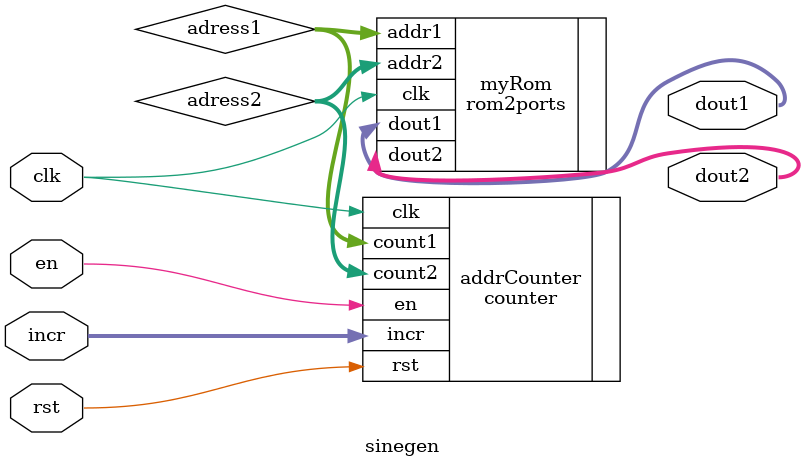
<source format=sv>
module sinegen#(
 parameter A_WIDTH = 8,
           D_WIDTH = 8
)(
  // interface signals
  input  logic               clk,      // clock 
  input  logic               rst,      // reset 
  input  logic               en,       // enable
  input  logic [D_WIDTH-1:0] incr,     // counter input
  output logic [D_WIDTH-1:0] dout1,      // rom output     
  output logic [D_WIDTH-1:0] dout2,      // rom output     
);

logic  [A_WIDTH-1:0]       adress1;    // interconnect wire
logic  [A_WIDTH-1:0]       adress2;    // interconnect wire



counter addrCounter (
  .clk (clk),
  .rst (rst),
  .en (en),
  .incr (incr),
  .count1 (adress1),
  .count2 (adress2)
);

rom2ports myRom(
    .clk (clk),
    .addr1 (adress1),
    .addr2 (adress2),
    .dout1 (dout1),
    .dout2 (dout2)
);
endmodule

</source>
